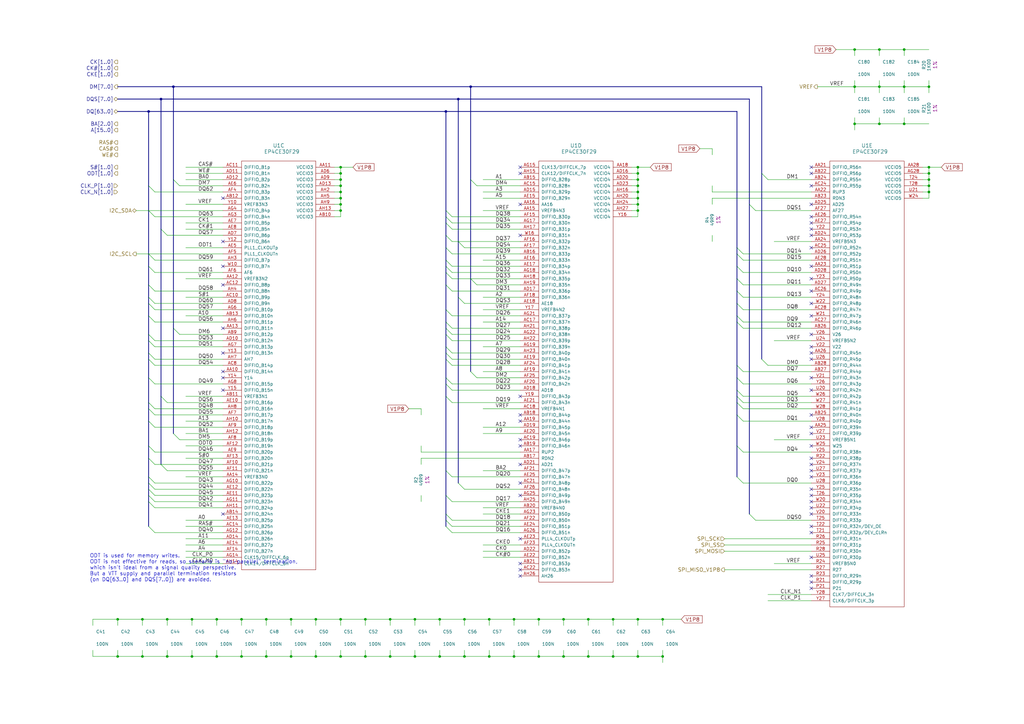
<source format=kicad_sch>
(kicad_sch (version 20230121) (generator eeschema)
  (paper "A3")
  (title_block (title "Daisho Project Main Board") (date "10 Oct 2014") (rev "0") (company "ShareBrained Technology, Inc.") (comment 1 "Copyright © 2013 Jared Boone") (comment 2 "License: GNU General Public License, version 2"))
  (junction (at 200.66 254))
  (junction (at 350.52 50.8))
  (junction (at 261.62 86.36))
  (junction (at 360.68 35.56))
  (junction (at 261.62 254))
  (junction (at 88.9 254))
  (junction (at 139.7 81.28))
  (junction (at 271.78 269.24))
  (junction (at 261.62 68.58))
  (junction (at 99.06 254))
  (junction (at 381 73.66))
  (junction (at 139.7 269.24))
  (junction (at 66.04 40.64))
  (junction (at 109.22 254))
  (junction (at 381 71.12))
  (junction (at 88.9 269.24))
  (junction (at 68.58 254))
  (junction (at 350.52 35.56))
  (junction (at 241.3 269.24))
  (junction (at 261.62 78.74))
  (junction (at 231.14 269.24))
  (junction (at 170.18 254))
  (junction (at 60.96 45.72))
  (junction (at 180.34 254))
  (junction (at 139.7 71.12))
  (junction (at 187.96 40.64))
  (junction (at 360.68 50.8))
  (junction (at 139.7 73.66))
  (junction (at 261.62 269.24))
  (junction (at 261.62 83.82))
  (junction (at 251.46 254))
  (junction (at 139.7 83.82))
  (junction (at 261.62 73.66))
  (junction (at 370.84 50.8))
  (junction (at 370.84 20.32))
  (junction (at 381 78.74))
  (junction (at 220.98 254))
  (junction (at 78.74 254))
  (junction (at 190.5 269.24))
  (junction (at 139.7 78.74))
  (junction (at 109.22 269.24))
  (junction (at 180.34 269.24))
  (junction (at 190.5 254))
  (junction (at 381 68.58))
  (junction (at 381 35.56))
  (junction (at 139.7 254))
  (junction (at 360.68 20.32))
  (junction (at 261.62 81.28))
  (junction (at 149.86 269.24))
  (junction (at 149.86 254))
  (junction (at 139.7 76.2))
  (junction (at 261.62 71.12))
  (junction (at 78.74 269.24))
  (junction (at 119.38 269.24))
  (junction (at 129.54 269.24))
  (junction (at 251.46 269.24))
  (junction (at 71.12 35.56))
  (junction (at 129.54 254))
  (junction (at 210.82 254))
  (junction (at 48.26 269.24))
  (junction (at 220.98 269.24))
  (junction (at 119.38 254))
  (junction (at 381 76.2))
  (junction (at 68.58 269.24))
  (junction (at 99.06 269.24))
  (junction (at 231.14 254))
  (junction (at 139.7 68.58))
  (junction (at 210.82 269.24))
  (junction (at 48.26 254))
  (junction (at 350.52 20.32))
  (junction (at 370.84 35.56))
  (junction (at 261.62 76.2))
  (junction (at 271.78 254))
  (junction (at 58.42 269.24))
  (junction (at 160.02 269.24))
  (junction (at 193.04 35.56))
  (junction (at 170.18 269.24))
  (junction (at 182.88 45.72))
  (junction (at 139.7 86.36))
  (junction (at 160.02 254))
  (junction (at 200.66 269.24))
  (junction (at 241.3 254))
  (junction (at 58.42 254))
  (no_connect (at 332.74 147.32))
  (no_connect (at 91.44 154.94))
  (no_connect (at 213.36 203.2))
  (no_connect (at 213.36 233.68))
  (no_connect (at 332.74 154.94))
  (no_connect (at 332.74 124.46))
  (no_connect (at 213.36 170.18))
  (no_connect (at 332.74 170.18))
  (no_connect (at 213.36 180.34))
  (no_connect (at 332.74 96.52))
  (no_connect (at 91.44 160.02))
  (no_connect (at 332.74 177.8))
  (no_connect (at 332.74 68.58))
  (no_connect (at 332.74 71.12))
  (no_connect (at 213.36 220.98))
  (no_connect (at 332.74 76.2))
  (no_connect (at 332.74 83.82))
  (no_connect (at 332.74 205.74))
  (no_connect (at 332.74 241.3))
  (no_connect (at 91.44 116.84))
  (no_connect (at 91.44 99.06))
  (no_connect (at 332.74 93.98))
  (no_connect (at 213.36 172.72))
  (no_connect (at 213.36 96.52))
  (no_connect (at 213.36 190.5))
  (no_connect (at 332.74 236.22))
  (no_connect (at 332.74 119.38))
  (no_connect (at 213.36 198.12))
  (no_connect (at 91.44 210.82))
  (no_connect (at 332.74 215.9))
  (no_connect (at 332.74 109.22))
  (no_connect (at 332.74 200.66))
  (no_connect (at 91.44 134.62))
  (no_connect (at 332.74 210.82))
  (no_connect (at 332.74 208.28))
  (no_connect (at 332.74 203.2))
  (no_connect (at 91.44 109.22))
  (no_connect (at 332.74 193.04))
  (no_connect (at 332.74 88.9))
  (no_connect (at 332.74 91.44))
  (no_connect (at 332.74 190.5))
  (no_connect (at 332.74 218.44))
  (no_connect (at 332.74 187.96))
  (no_connect (at 332.74 228.6))
  (no_connect (at 332.74 129.54))
  (no_connect (at 91.44 144.78))
  (no_connect (at 332.74 114.3))
  (no_connect (at 213.36 71.12))
  (no_connect (at 213.36 236.22))
  (no_connect (at 332.74 175.26))
  (no_connect (at 213.36 231.14))
  (no_connect (at 332.74 101.6))
  (no_connect (at 332.74 195.58))
  (no_connect (at 213.36 83.82))
  (no_connect (at 91.44 81.28))
  (no_connect (at 332.74 238.76))
  (no_connect (at 332.74 160.02))
  (no_connect (at 332.74 182.88))
  (no_connect (at 213.36 182.88))
  (no_connect (at 91.44 152.4))
  (no_connect (at 213.36 162.56))
  (no_connect (at 332.74 144.78))
  (no_connect (at 213.36 68.58))
  (no_connect (at 332.74 137.16))
  (no_connect (at 332.74 142.24))
  (bus_entry (at 182.88 154.94) (size 2.54 2.54))
  (bus_entry (at 182.88 162.56) (size 2.54 2.54))
  (bus_entry (at 193.04 152.4) (size 2.54 2.54))
  (bus_entry (at 60.96 167.64) (size 2.54 2.54))
  (bus_entry (at 302.26 195.58) (size 2.54 2.54))
  (bus_entry (at 60.96 109.22) (size 2.54 2.54))
  (bus_entry (at 182.88 144.78) (size 2.54 2.54))
  (bus_entry (at 302.26 162.56) (size 2.54 2.54))
  (bus_entry (at 182.88 101.6) (size 2.54 2.54))
  (bus_entry (at 302.26 104.14) (size 2.54 2.54))
  (bus_entry (at 302.26 154.94) (size 2.54 2.54))
  (bus_entry (at 71.12 177.8) (size 2.54 2.54))
  (bus_entry (at 307.34 83.82) (size 2.54 2.54))
  (bus_entry (at 182.88 215.9) (size 2.54 2.54))
  (bus_entry (at 302.26 165.1) (size 2.54 2.54))
  (bus_entry (at 193.04 73.66) (size 2.54 2.54))
  (bus_entry (at 182.88 147.32) (size 2.54 2.54))
  (bus_entry (at 60.96 139.7) (size 2.54 2.54))
  (bus_entry (at 302.26 149.86) (size 2.54 2.54))
  (bus_entry (at 182.88 109.22) (size 2.54 2.54))
  (bus_entry (at 60.96 86.36) (size 2.54 2.54))
  (bus_entry (at 187.96 198.12) (size 2.54 2.54))
  (bus_entry (at 182.88 193.04) (size 2.54 2.54))
  (bus_entry (at 60.96 195.58) (size 2.54 2.54))
  (bus_entry (at 302.26 132.08) (size 2.54 2.54))
  (bus_entry (at 182.88 91.44) (size 2.54 2.54))
  (bus_entry (at 60.96 76.2) (size 2.54 2.54))
  (bus_entry (at 182.88 96.52) (size 2.54 2.54))
  (bus_entry (at 182.88 127) (size 2.54 2.54))
  (bus_entry (at 302.26 114.3) (size 2.54 2.54))
  (bus_entry (at 71.12 134.62) (size 2.54 2.54))
  (bus_entry (at 182.88 86.36) (size 2.54 2.54))
  (bus_entry (at 193.04 114.3) (size 2.54 2.54))
  (bus_entry (at 60.96 147.32) (size 2.54 2.54))
  (bus_entry (at 182.88 157.48) (size 2.54 2.54))
  (bus_entry (at 66.04 93.98) (size 2.54 2.54))
  (bus_entry (at 312.42 147.32) (size 2.54 2.54))
  (bus_entry (at 182.88 137.16) (size 2.54 2.54))
  (bus_entry (at 302.26 160.02) (size 2.54 2.54))
  (bus_entry (at 307.34 210.82) (size 2.54 2.54))
  (bus_entry (at 302.26 124.46) (size 2.54 2.54))
  (bus_entry (at 66.04 190.5) (size 2.54 2.54))
  (bus_entry (at 302.26 182.88) (size 2.54 2.54))
  (bus_entry (at 182.88 213.36) (size 2.54 2.54))
  (bus_entry (at 60.96 165.1) (size 2.54 2.54))
  (bus_entry (at 182.88 203.2) (size 2.54 2.54))
  (bus_entry (at 182.88 132.08) (size 2.54 2.54))
  (bus_entry (at 187.96 121.92) (size 2.54 2.54))
  (bus_entry (at 182.88 116.84) (size 2.54 2.54))
  (bus_entry (at 302.26 129.54) (size 2.54 2.54))
  (bus_entry (at 302.26 119.38) (size 2.54 2.54))
  (bus_entry (at 60.96 198.12) (size 2.54 2.54))
  (bus_entry (at 60.96 144.78) (size 2.54 2.54))
  (bus_entry (at 60.96 137.16) (size 2.54 2.54))
  (bus_entry (at 71.12 73.66) (size 2.54 2.54))
  (bus_entry (at 182.88 134.62) (size 2.54 2.54))
  (bus_entry (at 182.88 210.82) (size 2.54 2.54))
  (bus_entry (at 60.96 154.94) (size 2.54 2.54))
  (bus_entry (at 302.26 101.6) (size 2.54 2.54))
  (bus_entry (at 60.96 203.2) (size 2.54 2.54))
  (bus_entry (at 60.96 205.74) (size 2.54 2.54))
  (bus_entry (at 182.88 111.76) (size 2.54 2.54))
  (bus_entry (at 60.96 200.66) (size 2.54 2.54))
  (bus_entry (at 302.26 109.22) (size 2.54 2.54))
  (bus_entry (at 66.04 162.56) (size 2.54 2.54))
  (bus_entry (at 60.96 182.88) (size 2.54 2.54))
  (bus_entry (at 60.96 116.84) (size 2.54 2.54))
  (bus_entry (at 182.88 106.68) (size 2.54 2.54))
  (bus_entry (at 60.96 124.46) (size 2.54 2.54))
  (bus_entry (at 187.96 99.06) (size 2.54 2.54))
  (bus_entry (at 60.96 129.54) (size 2.54 2.54))
  (bus_entry (at 60.96 172.72) (size 2.54 2.54))
  (bus_entry (at 60.96 121.92) (size 2.54 2.54))
  (bus_entry (at 182.88 142.24) (size 2.54 2.54))
  (bus_entry (at 60.96 215.9) (size 2.54 2.54))
  (bus_entry (at 312.42 71.12) (size 2.54 2.54))
  (bus_entry (at 302.26 170.18) (size 2.54 2.54))
  (bus_entry (at 182.88 88.9) (size 2.54 2.54))
  (bus_entry (at 60.96 104.14) (size 2.54 2.54))
  (bus_entry (at 60.96 187.96) (size 2.54 2.54))
  (bus (pts (xy 71.12 35.56) (xy 71.12 73.66)))
  (wire (pts (xy 139.7 71.12) (xy 139.7 68.58)))
  (bus (pts (xy 60.96 167.64) (xy 60.96 172.72)))
  (wire (pts (xy 213.36 111.76) (xy 185.42 111.76)))
  (wire (pts (xy 261.62 73.66) (xy 261.62 76.2)))
  (wire (pts (xy 78.74 269.24) (xy 88.9 269.24)))
  (wire (pts (xy 259.08 68.58) (xy 261.62 68.58)))
  (wire (pts (xy 91.44 182.88) (xy 76.2 182.88)))
  (bus (pts (xy 187.96 121.92) (xy 187.96 99.06)))
  (wire (pts (xy 193.04 114.3) (xy 185.42 114.3)))
  (wire (pts (xy 55.88 104.14) (xy 60.96 104.14)))
  (wire (pts (xy 370.84 35.56) (xy 381 35.56)))
  (bus (pts (xy 302.26 124.46) (xy 302.26 129.54)))
  (wire (pts (xy 91.44 106.68) (xy 63.5 106.68)))
  (wire (pts (xy 139.7 68.58) (xy 137.16 68.58)))
  (bus (pts (xy 182.88 162.56) (xy 182.88 157.48)))
  (wire (pts (xy 350.52 48.26) (xy 350.52 50.8)))
  (wire (pts (xy 91.44 187.96) (xy 76.2 187.96)))
  (wire (pts (xy 213.36 165.1) (xy 185.42 165.1)))
  (wire (pts (xy 198.12 210.82) (xy 213.36 210.82)))
  (wire (pts (xy 213.36 116.84) (xy 195.58 116.84)))
  (wire (pts (xy 119.38 269.24) (xy 119.38 266.7)))
  (wire (pts (xy 370.84 50.8) (xy 370.84 48.26)))
  (wire (pts (xy 261.62 81.28) (xy 261.62 83.82)))
  (wire (pts (xy 332.74 99.06) (xy 317.5 99.06)))
  (wire (pts (xy 350.52 35.56) (xy 350.52 38.1)))
  (wire (pts (xy 261.62 76.2) (xy 261.62 78.74)))
  (wire (pts (xy 378.46 71.12) (xy 381 71.12)))
  (bus (pts (xy 302.26 109.22) (xy 302.26 114.3)))
  (wire (pts (xy 213.36 109.22) (xy 185.42 109.22)))
  (wire (pts (xy 58.42 269.24) (xy 58.42 266.7)))
  (wire (pts (xy 200.66 269.24) (xy 210.82 269.24)))
  (wire (pts (xy 213.36 86.36) (xy 198.12 86.36)))
  (wire (pts (xy 139.7 254) (xy 129.54 254)))
  (bus (pts (xy 182.88 154.94) (xy 182.88 147.32)))
  (wire (pts (xy 180.34 269.24) (xy 190.5 269.24)))
  (wire (pts (xy 381 76.2) (xy 381 78.74)))
  (bus (pts (xy 182.88 203.2) (xy 182.88 193.04)))
  (wire (pts (xy 213.36 213.36) (xy 185.42 213.36)))
  (wire (pts (xy 66.04 190.5) (xy 91.44 190.5)))
  (wire (pts (xy 160.02 254) (xy 160.02 256.54)))
  (wire (pts (xy 119.38 254) (xy 119.38 256.54)))
  (wire (pts (xy 332.74 111.76) (xy 304.8 111.76)))
  (wire (pts (xy 76.2 177.8) (xy 91.44 177.8)))
  (wire (pts (xy 241.3 254) (xy 241.3 256.54)))
  (bus (pts (xy 187.96 99.06) (xy 187.96 40.64)))
  (bus (pts (xy 302.26 165.1) (xy 302.26 170.18)))
  (bus (pts (xy 60.96 200.66) (xy 60.96 203.2)))
  (bus (pts (xy 312.42 35.56) (xy 193.04 35.56)))
  (wire (pts (xy 360.68 20.32) (xy 360.68 22.86)))
  (wire (pts (xy 378.46 78.74) (xy 381 78.74)))
  (bus (pts (xy 302.26 114.3) (xy 302.26 119.38)))
  (wire (pts (xy 381 50.8) (xy 370.84 50.8)))
  (wire (pts (xy 213.36 114.3) (xy 193.04 114.3)))
  (bus (pts (xy 182.88 134.62) (xy 182.88 132.08)))
  (wire (pts (xy 381 68.58) (xy 378.46 68.58)))
  (wire (pts (xy 38.1 269.24) (xy 48.26 269.24)))
  (wire (pts (xy 109.22 269.24) (xy 109.22 266.7)))
  (wire (pts (xy 297.18 233.68) (xy 332.74 233.68)))
  (wire (pts (xy 91.44 149.86) (xy 63.5 149.86)))
  (wire (pts (xy 200.66 254) (xy 190.5 254)))
  (bus (pts (xy 182.88 142.24) (xy 182.88 137.16)))
  (wire (pts (xy 220.98 269.24) (xy 231.14 269.24)))
  (wire (pts (xy 91.44 218.44) (xy 63.5 218.44)))
  (wire (pts (xy 213.36 134.62) (xy 185.42 134.62)))
  (bus (pts (xy 66.04 40.64) (xy 187.96 40.64)))
  (wire (pts (xy 91.44 220.98) (xy 76.2 220.98)))
  (wire (pts (xy 332.74 157.48) (xy 304.8 157.48)))
  (wire (pts (xy 198.12 228.6) (xy 213.36 228.6)))
  (wire (pts (xy 129.54 254) (xy 129.54 256.54)))
  (wire (pts (xy 332.74 132.08) (xy 304.8 132.08)))
  (wire (pts (xy 332.74 172.72) (xy 304.8 172.72)))
  (wire (pts (xy 297.18 223.52) (xy 332.74 223.52)))
  (wire (pts (xy 139.7 83.82) (xy 137.16 83.82)))
  (wire (pts (xy 332.74 86.36) (xy 309.88 86.36)))
  (wire (pts (xy 292.1 96.52) (xy 292.1 99.06)))
  (bus (pts (xy 66.04 190.5) (xy 66.04 162.56)))
  (bus (pts (xy 182.88 101.6) (xy 182.88 96.52)))
  (wire (pts (xy 170.18 269.24) (xy 170.18 266.7)))
  (wire (pts (xy 91.44 172.72) (xy 76.2 172.72)))
  (bus (pts (xy 182.88 116.84) (xy 182.88 111.76)))
  (wire (pts (xy 91.44 101.6) (xy 76.2 101.6)))
  (bus (pts (xy 60.96 124.46) (xy 60.96 129.54)))
  (wire (pts (xy 261.62 78.74) (xy 259.08 78.74)))
  (wire (pts (xy 91.44 180.34) (xy 73.66 180.34)))
  (wire (pts (xy 91.44 114.3) (xy 76.2 114.3)))
  (bus (pts (xy 302.26 162.56) (xy 302.26 165.1)))
  (bus (pts (xy 187.96 40.64) (xy 307.34 40.64)))
  (bus (pts (xy 48.26 40.64) (xy 66.04 40.64)))
  (wire (pts (xy 213.36 124.46) (xy 190.5 124.46)))
  (wire (pts (xy 332.74 116.84) (xy 304.8 116.84)))
  (wire (pts (xy 241.3 269.24) (xy 251.46 269.24)))
  (wire (pts (xy 48.26 254) (xy 38.1 254)))
  (wire (pts (xy 91.44 71.12) (xy 76.2 71.12)))
  (wire (pts (xy 139.7 269.24) (xy 139.7 266.7)))
  (bus (pts (xy 66.04 162.56) (xy 66.04 93.98)))
  (wire (pts (xy 332.74 162.56) (xy 304.8 162.56)))
  (bus (pts (xy 182.88 213.36) (xy 182.88 210.82)))
  (bus (pts (xy 193.04 152.4) (xy 193.04 114.3)))
  (bus (pts (xy 71.12 35.56) (xy 48.26 35.56)))
  (wire (pts (xy 261.62 269.24) (xy 261.62 266.7)))
  (wire (pts (xy 60.96 86.36) (xy 91.44 86.36)))
  (wire (pts (xy 91.44 213.36) (xy 76.2 213.36)))
  (wire (pts (xy 213.36 177.8) (xy 198.12 177.8)))
  (bus (pts (xy 60.96 129.54) (xy 60.96 137.16)))
  (wire (pts (xy 91.44 124.46) (xy 63.5 124.46)))
  (wire (pts (xy 149.86 254) (xy 139.7 254)))
  (wire (pts (xy 139.7 76.2) (xy 139.7 73.66)))
  (wire (pts (xy 58.42 254) (xy 58.42 256.54)))
  (wire (pts (xy 213.36 160.02) (xy 185.42 160.02)))
  (wire (pts (xy 261.62 81.28) (xy 259.08 81.28)))
  (wire (pts (xy 88.9 269.24) (xy 99.06 269.24)))
  (wire (pts (xy 261.62 254) (xy 261.62 256.54)))
  (wire (pts (xy 129.54 254) (xy 119.38 254)))
  (wire (pts (xy 381 35.56) (xy 381 33.02)))
  (wire (pts (xy 139.7 73.66) (xy 137.16 73.66)))
  (wire (pts (xy 213.36 175.26) (xy 198.12 175.26)))
  (wire (pts (xy 332.74 243.84) (xy 314.96 243.84)))
  (wire (pts (xy 386.08 68.58) (xy 381 68.58)))
  (bus (pts (xy 312.42 71.12) (xy 312.42 35.56)))
  (wire (pts (xy 261.62 88.9) (xy 259.08 88.9)))
  (bus (pts (xy 302.26 154.94) (xy 302.26 160.02)))
  (bus (pts (xy 71.12 134.62) (xy 71.12 177.8)))
  (bus (pts (xy 302.26 160.02) (xy 302.26 162.56)))
  (wire (pts (xy 119.38 254) (xy 109.22 254)))
  (wire (pts (xy 88.9 254) (xy 78.74 254)))
  (wire (pts (xy 139.7 81.28) (xy 139.7 78.74)))
  (bus (pts (xy 48.26 45.72) (xy 60.96 45.72)))
  (wire (pts (xy 91.44 200.66) (xy 63.5 200.66)))
  (wire (pts (xy 149.86 254) (xy 149.86 256.54)))
  (wire (pts (xy 213.36 208.28) (xy 198.12 208.28)))
  (bus (pts (xy 302.26 129.54) (xy 302.26 132.08)))
  (wire (pts (xy 160.02 269.24) (xy 170.18 269.24)))
  (wire (pts (xy 91.44 165.1) (xy 68.58 165.1)))
  (wire (pts (xy 213.36 223.52) (xy 198.12 223.52)))
  (wire (pts (xy 213.36 147.32) (xy 185.42 147.32)))
  (wire (pts (xy 91.44 91.44) (xy 76.2 91.44)))
  (wire (pts (xy 297.18 226.06) (xy 332.74 226.06)))
  (wire (pts (xy 139.7 81.28) (xy 137.16 81.28)))
  (bus (pts (xy 182.88 96.52) (xy 182.88 91.44)))
  (wire (pts (xy 99.06 254) (xy 88.9 254)))
  (wire (pts (xy 261.62 71.12) (xy 261.62 73.66)))
  (wire (pts (xy 332.74 198.12) (xy 304.8 198.12)))
  (wire (pts (xy 213.36 205.74) (xy 185.42 205.74)))
  (wire (pts (xy 213.36 88.9) (xy 185.42 88.9)))
  (wire (pts (xy 332.74 127) (xy 304.8 127)))
  (wire (pts (xy 99.06 269.24) (xy 99.06 266.7)))
  (wire (pts (xy 180.34 269.24) (xy 180.34 266.7)))
  (wire (pts (xy 139.7 254) (xy 139.7 256.54)))
  (wire (pts (xy 213.36 215.9) (xy 185.42 215.9)))
  (bus (pts (xy 302.26 132.08) (xy 302.26 149.86)))
  (bus (pts (xy 182.88 215.9) (xy 182.88 213.36)))
  (wire (pts (xy 332.74 106.68) (xy 304.8 106.68)))
  (bus (pts (xy 182.88 109.22) (xy 182.88 106.68)))
  (wire (pts (xy 213.36 129.54) (xy 185.42 129.54)))
  (bus (pts (xy 302.26 101.6) (xy 302.26 104.14)))
  (wire (pts (xy 271.78 254) (xy 271.78 256.54)))
  (wire (pts (xy 251.46 269.24) (xy 261.62 269.24)))
  (bus (pts (xy 302.26 149.86) (xy 302.26 154.94)))
  (wire (pts (xy 261.62 83.82) (xy 259.08 83.82)))
  (bus (pts (xy 182.88 144.78) (xy 182.88 142.24)))
  (wire (pts (xy 99.06 254) (xy 99.06 256.54)))
  (wire (pts (xy 335.28 35.56) (xy 350.52 35.56)))
  (wire (pts (xy 76.2 215.9) (xy 91.44 215.9)))
  (wire (pts (xy 76.2 129.54) (xy 91.44 129.54)))
  (wire (pts (xy 261.62 83.82) (xy 261.62 86.36)))
  (bus (pts (xy 60.96 45.72) (xy 182.88 45.72)))
  (bus (pts (xy 193.04 73.66) (xy 193.04 35.56)))
  (wire (pts (xy 78.74 269.24) (xy 78.74 266.7)))
  (wire (pts (xy 99.06 269.24) (xy 109.22 269.24)))
  (wire (pts (xy 332.74 231.14) (xy 317.5 231.14)))
  (wire (pts (xy 213.36 149.86) (xy 185.42 149.86)))
  (bus (pts (xy 60.96 147.32) (xy 60.96 154.94)))
  (wire (pts (xy 251.46 269.24) (xy 251.46 266.7)))
  (wire (pts (xy 271.78 266.7) (xy 271.78 269.24)))
  (bus (pts (xy 60.96 165.1) (xy 60.96 167.64)))
  (wire (pts (xy 241.3 269.24) (xy 241.3 266.7)))
  (bus (pts (xy 60.96 121.92) (xy 60.96 124.46)))
  (wire (pts (xy 63.5 190.5) (xy 66.04 190.5)))
  (wire (pts (xy 360.68 35.56) (xy 370.84 35.56)))
  (bus (pts (xy 182.88 210.82) (xy 182.88 203.2)))
  (bus (pts (xy 302.26 170.18) (xy 302.26 182.88)))
  (wire (pts (xy 292.1 81.28) (xy 332.74 81.28)))
  (bus (pts (xy 182.88 111.76) (xy 182.88 109.22)))
  (wire (pts (xy 38.1 254) (xy 38.1 256.54)))
  (wire (pts (xy 231.14 269.24) (xy 241.3 269.24)))
  (wire (pts (xy 332.74 121.92) (xy 304.8 121.92)))
  (bus (pts (xy 182.88 157.48) (xy 182.88 154.94)))
  (wire (pts (xy 91.44 226.06) (xy 76.2 226.06)))
  (bus (pts (xy 182.88 86.36) (xy 182.88 45.72)))
  (wire (pts (xy 91.44 96.52) (xy 68.58 96.52)))
  (bus (pts (xy 182.88 193.04) (xy 182.88 162.56)))
  (wire (pts (xy 172.72 185.42) (xy 213.36 185.42)))
  (wire (pts (xy 48.26 256.54) (xy 48.26 254)))
  (wire (pts (xy 139.7 76.2) (xy 137.16 76.2)))
  (wire (pts (xy 261.62 269.24) (xy 271.78 269.24)))
  (bus (pts (xy 307.34 83.82) (xy 307.34 210.82)))
  (bus (pts (xy 302.26 104.14) (xy 302.26 109.22)))
  (bus (pts (xy 182.88 91.44) (xy 182.88 88.9)))
  (wire (pts (xy 91.44 162.56) (xy 76.2 162.56)))
  (wire (pts (xy 198.12 152.4) (xy 213.36 152.4)))
  (bus (pts (xy 60.96 198.12) (xy 60.96 200.66)))
  (wire (pts (xy 213.36 187.96) (xy 172.72 187.96)))
  (bus (pts (xy 302.26 45.72) (xy 302.26 101.6)))
  (wire (pts (xy 139.7 88.9) (xy 139.7 86.36)))
  (wire (pts (xy 381 71.12) (xy 381 73.66)))
  (wire (pts (xy 68.58 254) (xy 58.42 254)))
  (wire (pts (xy 190.5 254) (xy 180.34 254)))
  (wire (pts (xy 172.72 170.18) (xy 172.72 167.64)))
  (wire (pts (xy 332.74 167.64) (xy 304.8 167.64)))
  (wire (pts (xy 68.58 254) (xy 68.58 256.54)))
  (wire (pts (xy 48.26 269.24) (xy 58.42 269.24)))
  (wire (pts (xy 210.82 269.24) (xy 220.98 269.24)))
  (wire (pts (xy 332.74 134.62) (xy 304.8 134.62)))
  (bus (pts (xy 71.12 73.66) (xy 71.12 134.62)))
  (wire (pts (xy 91.44 195.58) (xy 76.2 195.58)))
  (wire (pts (xy 68.58 269.24) (xy 68.58 266.7)))
  (wire (pts (xy 180.34 254) (xy 180.34 256.54)))
  (wire (pts (xy 109.22 269.24) (xy 119.38 269.24)))
  (wire (pts (xy 213.36 193.04) (xy 198.12 193.04)))
  (bus (pts (xy 60.96 154.94) (xy 60.96 165.1)))
  (bus (pts (xy 182.88 137.16) (xy 182.88 134.62)))
  (wire (pts (xy 91.44 119.38) (xy 63.5 119.38)))
  (bus (pts (xy 60.96 195.58) (xy 60.96 198.12)))
  (wire (pts (xy 220.98 269.24) (xy 220.98 266.7)))
  (wire (pts (xy 210.82 269.24) (xy 210.82 266.7)))
  (wire (pts (xy 38.1 266.7) (xy 38.1 269.24)))
  (wire (pts (xy 332.74 185.42) (xy 304.8 185.42)))
  (wire (pts (xy 251.46 254) (xy 251.46 256.54)))
  (wire (pts (xy 88.9 269.24) (xy 88.9 266.7)))
  (bus (pts (xy 182.88 106.68) (xy 182.88 101.6)))
  (wire (pts (xy 91.44 170.18) (xy 63.5 170.18)))
  (wire (pts (xy 213.36 99.06) (xy 187.96 99.06)))
  (bus (pts (xy 193.04 35.56) (xy 71.12 35.56)))
  (wire (pts (xy 137.16 88.9) (xy 139.7 88.9)))
  (bus (pts (xy 193.04 114.3) (xy 193.04 73.66)))
  (bus (pts (xy 60.96 182.88) (xy 60.96 187.96)))
  (wire (pts (xy 261.62 71.12) (xy 259.08 71.12)))
  (wire (pts (xy 78.74 254) (xy 78.74 256.54)))
  (wire (pts (xy 198.12 226.06) (xy 213.36 226.06)))
  (bus (pts (xy 60.96 144.78) (xy 60.96 147.32)))
  (wire (pts (xy 213.36 157.48) (xy 185.42 157.48)))
  (wire (pts (xy 370.84 50.8) (xy 360.68 50.8)))
  (bus (pts (xy 312.42 147.32) (xy 312.42 71.12)))
  (wire (pts (xy 91.44 147.32) (xy 63.5 147.32)))
  (bus (pts (xy 60.96 203.2) (xy 60.96 205.74)))
  (wire (pts (xy 332.74 104.14) (xy 304.8 104.14)))
  (bus (pts (xy 60.96 116.84) (xy 60.96 121.92)))
  (wire (pts (xy 213.36 154.94) (xy 195.58 154.94)))
  (bus (pts (xy 182.88 45.72) (xy 302.26 45.72)))
  (wire (pts (xy 381 38.1) (xy 381 35.56)))
  (wire (pts (xy 381 73.66) (xy 378.46 73.66)))
  (wire (pts (xy 190.5 254) (xy 190.5 256.54)))
  (bus (pts (xy 60.96 137.16) (xy 60.96 139.7)))
  (wire (pts (xy 91.44 198.12) (xy 63.5 198.12)))
  (wire (pts (xy 231.14 269.24) (xy 231.14 266.7)))
  (wire (pts (xy 360.68 50.8) (xy 350.52 50.8)))
  (wire (pts (xy 137.16 86.36) (xy 139.7 86.36)))
  (wire (pts (xy 48.26 266.7) (xy 48.26 269.24)))
  (wire (pts (xy 91.44 142.24) (xy 63.5 142.24)))
  (wire (pts (xy 91.44 139.7) (xy 63.5 139.7)))
  (wire (pts (xy 259.08 86.36) (xy 261.62 86.36)))
  (wire (pts (xy 350.52 20.32) (xy 350.52 22.86)))
  (wire (pts (xy 304.8 152.4) (xy 332.74 152.4)))
  (wire (pts (xy 172.72 187.96) (xy 172.72 190.5)))
  (wire (pts (xy 350.52 50.8) (xy 350.52 53.34)))
  (wire (pts (xy 190.5 269.24) (xy 200.66 269.24)))
  (wire (pts (xy 213.36 119.38) (xy 185.42 119.38)))
  (wire (pts (xy 213.36 142.24) (xy 198.12 142.24)))
  (wire (pts (xy 88.9 254) (xy 88.9 256.54)))
  (wire (pts (xy 60.96 104.14) (xy 91.44 104.14)))
  (wire (pts (xy 332.74 165.1) (xy 304.8 165.1)))
  (wire (pts (xy 68.58 269.24) (xy 78.74 269.24)))
  (wire (pts (xy 381 20.32) (xy 370.84 20.32)))
  (wire (pts (xy 91.44 127) (xy 63.5 127)))
  (wire (pts (xy 91.44 175.26) (xy 63.5 175.26)))
  (wire (pts (xy 91.44 193.04) (xy 68.58 193.04)))
  (wire (pts (xy 149.86 269.24) (xy 160.02 269.24)))
  (wire (pts (xy 213.36 93.98) (xy 185.42 93.98)))
  (wire (pts (xy 350.52 33.02) (xy 350.52 35.56)))
  (wire (pts (xy 109.22 254) (xy 109.22 256.54)))
  (wire (pts (xy 170.18 269.24) (xy 180.34 269.24)))
  (wire (pts (xy 91.44 132.08) (xy 63.5 132.08)))
  (wire (pts (xy 261.62 76.2) (xy 259.08 76.2)))
  (wire (pts (xy 91.44 111.76) (xy 63.5 111.76)))
  (wire (pts (xy 91.44 185.42) (xy 63.5 185.42)))
  (wire (pts (xy 271.78 254) (xy 261.62 254)))
  (wire (pts (xy 292.1 83.82) (xy 292.1 81.28)))
  (wire (pts (xy 149.86 269.24) (xy 149.86 266.7)))
  (wire (pts (xy 129.54 269.24) (xy 129.54 266.7)))
  (wire (pts (xy 55.88 86.36) (xy 60.96 86.36)))
  (wire (pts (xy 220.98 254) (xy 220.98 256.54)))
  (wire (pts (xy 213.36 144.78) (xy 185.42 144.78)))
  (wire (pts (xy 292.1 78.74) (xy 292.1 76.2)))
  (wire (pts (xy 261.62 68.58) (xy 261.62 71.12)))
  (wire (pts (xy 213.36 127) (xy 198.12 127)))
  (wire (pts (xy 91.44 76.2) (xy 73.66 76.2)))
  (wire (pts (xy 139.7 269.24) (xy 149.86 269.24)))
  (wire (pts (xy 91.44 121.92) (xy 76.2 121.92)))
  (wire (pts (xy 210.82 254) (xy 200.66 254)))
  (wire (pts (xy 187.96 99.06) (xy 185.42 99.06)))
  (bus (pts (xy 302.26 119.38) (xy 302.26 124.46)))
  (wire (pts (xy 292.1 60.96) (xy 287.02 60.96)))
  (bus (pts (xy 60.96 86.36) (xy 60.96 104.14)))
  (wire (pts (xy 91.44 228.6) (xy 76.2 228.6)))
  (wire (pts (xy 213.36 218.44) (xy 185.42 218.44)))
  (wire (pts (xy 360.68 35.56) (xy 360.68 38.1)))
  (bus (pts (xy 182.88 88.9) (xy 182.88 86.36)))
  (wire (pts (xy 332.74 78.74) (xy 292.1 78.74)))
  (wire (pts (xy 91.44 68.58) (xy 76.2 68.58)))
  (wire (pts (xy 213.36 132.08) (xy 198.12 132.08)))
  (wire (pts (xy 381 68.58) (xy 381 71.12)))
  (wire (pts (xy 360.68 48.26) (xy 360.68 50.8)))
  (bus (pts (xy 60.96 76.2) (xy 60.96 86.36)))
  (wire (pts (xy 139.7 86.36) (xy 139.7 83.82)))
  (wire (pts (xy 213.36 139.7) (xy 185.42 139.7)))
  (bus (pts (xy 60.96 205.74) (xy 60.96 215.9)))
  (wire (pts (xy 172.72 203.2) (xy 172.72 205.74)))
  (wire (pts (xy 139.7 83.82) (xy 139.7 81.28)))
  (wire (pts (xy 58.42 269.24) (xy 68.58 269.24)))
  (wire (pts (xy 381 81.28) (xy 378.46 81.28)))
  (wire (pts (xy 160.02 269.24) (xy 160.02 266.7)))
  (wire (pts (xy 210.82 254) (xy 210.82 256.54)))
  (wire (pts (xy 271.78 269.24) (xy 271.78 271.78)))
  (wire (pts (xy 332.74 73.66) (xy 314.96 73.66)))
  (wire (pts (xy 360.68 33.02) (xy 360.68 35.56)))
  (wire (pts (xy 381 73.66) (xy 381 76.2)))
  (wire (pts (xy 139.7 71.12) (xy 137.16 71.12)))
  (wire (pts (xy 144.78 68.58) (xy 139.7 68.58)))
  (wire (pts (xy 91.44 167.64) (xy 63.5 167.64)))
  (bus (pts (xy 60.96 187.96) (xy 60.96 195.58)))
  (wire (pts (xy 350.52 35.56) (xy 360.68 35.56)))
  (wire (pts (xy 139.7 78.74) (xy 139.7 76.2)))
  (wire (pts (xy 350.52 20.32) (xy 342.9 20.32)))
  (bus (pts (xy 60.96 104.14) (xy 60.96 109.22)))
  (wire (pts (xy 213.36 167.64) (xy 198.12 167.64)))
  (bus (pts (xy 66.04 93.98) (xy 66.04 40.64)))
  (wire (pts (xy 213.36 101.6) (xy 190.5 101.6)))
  (wire (pts (xy 360.68 20.32) (xy 350.52 20.32)))
  (wire (pts (xy 213.36 78.74) (xy 198.12 78.74)))
  (wire (pts (xy 332.74 149.86) (xy 314.96 149.86)))
  (bus (pts (xy 307.34 40.64) (xy 307.34 83.82)))
  (wire (pts (xy 91.44 203.2) (xy 63.5 203.2)))
  (wire (pts (xy 109.22 254) (xy 99.06 254)))
  (wire (pts (xy 332.74 139.7) (xy 317.5 139.7)))
  (wire (pts (xy 91.44 78.74) (xy 63.5 78.74)))
  (wire (pts (xy 172.72 182.88) (xy 172.72 185.42)))
  (wire (pts (xy 370.84 22.86) (xy 370.84 20.32)))
  (wire (pts (xy 170.18 254) (xy 170.18 256.54)))
  (wire (pts (xy 261.62 254) (xy 251.46 254)))
  (wire (pts (xy 198.12 73.66) (xy 213.36 73.66)))
  (wire (pts (xy 314.96 246.38) (xy 332.74 246.38)))
  (wire (pts (xy 279.4 254) (xy 271.78 254)))
  (wire (pts (xy 332.74 180.34) (xy 317.5 180.34)))
  (wire (pts (xy 261.62 78.74) (xy 261.62 81.28)))
  (wire (pts (xy 213.36 195.58) (xy 185.42 195.58)))
  (bus (pts (xy 302.26 182.88) (xy 302.26 195.58)))
  (wire (pts (xy 58.42 254) (xy 48.26 254)))
  (wire (pts (xy 220.98 254) (xy 210.82 254)))
  (bus (pts (xy 182.88 132.08) (xy 182.88 127)))
  (wire (pts (xy 200.66 269.24) (xy 200.66 266.7)))
  (wire (pts (xy 231.14 254) (xy 220.98 254)))
  (wire (pts (xy 213.36 81.28) (xy 198.12 81.28)))
  (wire (pts (xy 200.66 254) (xy 200.66 256.54)))
  (wire (pts (xy 261.62 73.66) (xy 259.08 73.66)))
  (bus (pts (xy 182.88 127) (xy 182.88 116.84)))
  (wire (pts (xy 241.3 254) (xy 231.14 254)))
  (wire (pts (xy 213.36 137.16) (xy 185.42 137.16)))
  (wire (pts (xy 381 76.2) (xy 378.46 76.2)))
  (wire (pts (xy 251.46 254) (xy 241.3 254)))
  (wire (pts (xy 91.44 205.74) (xy 63.5 205.74)))
  (wire (pts (xy 180.34 254) (xy 170.18 254)))
  (wire (pts (xy 292.1 63.5) (xy 292.1 60.96)))
  (wire (pts (xy 213.36 200.66) (xy 190.5 200.66)))
  (wire (pts (xy 370.84 20.32) (xy 360.68 20.32)))
  (wire (pts (xy 381 78.74) (xy 381 81.28)))
  (wire (pts (xy 261.62 68.58) (xy 266.7 68.58)))
  (wire (pts (xy 76.2 231.14) (xy 91.44 231.14)))
  (wire (pts (xy 190.5 269.24) (xy 190.5 266.7)))
  (wire (pts (xy 91.44 157.48) (xy 63.5 157.48)))
  (wire (pts (xy 139.7 73.66) (xy 139.7 71.12)))
  (wire (pts (xy 160.02 254) (xy 149.86 254)))
  (wire (pts (xy 213.36 106.68) (xy 198.12 106.68)))
  (wire (pts (xy 91.44 93.98) (xy 76.2 93.98)))
  (wire (pts (xy 261.62 86.36) (xy 261.62 88.9)))
  (bus (pts (xy 60.96 139.7) (xy 60.96 144.78)))
  (wire (pts (xy 139.7 78.74) (xy 137.16 78.74)))
  (bus (pts (xy 60.96 172.72) (xy 60.96 182.88)))
  (wire (pts (xy 213.36 91.44) (xy 185.42 91.44)))
  (wire (pts (xy 91.44 223.52) (xy 76.2 223.52)))
  (wire (pts (xy 91.44 83.82) (xy 76.2 83.82)))
  (wire (pts (xy 332.74 213.36) (xy 309.88 213.36)))
  (wire (pts (xy 370.84 33.02) (xy 370.84 35.56)))
  (wire (pts (xy 213.36 76.2) (xy 195.58 76.2)))
  (wire (pts (xy 231.14 254) (xy 231.14 256.54)))
  (wire (pts (xy 213.36 121.92) (xy 198.12 121.92)))
  (wire (pts (xy 91.44 208.28) (xy 63.5 208.28)))
  (wire (pts (xy 172.72 167.64) (xy 167.64 167.64)))
  (wire (pts (xy 129.54 269.24) (xy 139.7 269.24)))
  (wire (pts (xy 213.36 104.14) (xy 185.42 104.14)))
  (wire (pts (xy 91.44 137.16) (xy 73.66 137.16)))
  (bus (pts (xy 60.96 45.72) (xy 60.96 76.2)))
  (wire (pts (xy 76.2 73.66) (xy 91.44 73.66)))
  (wire (pts (xy 170.18 254) (xy 160.02 254)))
  (wire (pts (xy 78.74 254) (xy 68.58 254)))
  (bus (pts (xy 187.96 198.12) (xy 187.96 121.92)))
  (wire (pts (xy 119.38 269.24) (xy 129.54 269.24)))
  (bus (pts (xy 182.88 147.32) (xy 182.88 144.78)))
  (wire (pts (xy 91.44 88.9) (xy 63.5 88.9)))
  (bus (pts (xy 60.96 109.22) (xy 60.96 116.84)))
  (wire (pts (xy 297.18 220.98) (xy 332.74 220.98)))
  (wire (pts (xy 370.84 35.56) (xy 370.84 38.1)))
  (text "ODT is used for memory writes.\nODT is not effective for reads, so scenario is \"no-parallel\" termination,\nwhich isn't ideal from a signal quality perspective.\nBut a VTT supply and parallel termination resistors\n(on DQ[63..0] and DQS[7..0]) are avoided." (at 36.83 238.76 0) (effects (font (size 1.524 1.524)) (justify left bottom)))
  (label "A0" (at 81.28 213.36 0) (effects (font (size 1.524 1.524))))
  (label "WE#" (at 81.28 71.12 0) (effects (font (size 1.524 1.524))))
  (label "A1" (at 203.2 73.66 0) (effects (font (size 1.524 1.524))))
  (label "DQS5" (at 81.28 193.04 0) (effects (font (size 1.524 1.524))))
  (label "A12" (at 203.2 175.26 0) (effects (font (size 1.524 1.524))))
  (label "DQ35" (at 203.2 93.98 0) (effects (font (size 1.524 1.524))))
  (label "BA1" (at 81.28 177.8 0) (effects (font (size 1.524 1.524))))
  (label "DQ26" (at 203.2 129.54 0) (effects (font (size 1.524 1.524))))
  (label "A13" (at 81.28 172.72 0) (effects (font (size 1.524 1.524))))
  (label "DQ23" (at 203.2 160.02 0) (effects (font (size 1.524 1.524))))
  (label "DQ8" (at 322.58 127 0) (effects (font (size 1.524 1.524))))
  (label "DM4" (at 203.2 76.2 0) (effects (font (size 1.524 1.524))))
  (label "DQ32" (at 203.2 111.76 0) (effects (font (size 1.524 1.524))))
  (label "RAS#" (at 81.28 215.9 0) (effects (font (size 1.524 1.524))))
  (label "DQ55" (at 81.28 170.18 0) (effects (font (size 1.524 1.524))))
  (label "DQ41" (at 81.28 208.28 0) (effects (font (size 1.524 1.524))))
  (label "DQ20" (at 203.2 195.58 0) (effects (font (size 1.524 1.524))))
  (label "S#0" (at 81.28 187.96 0) (effects (font (size 1.524 1.524))))
  (label "DQ16" (at 203.2 218.44 0) (effects (font (size 1.524 1.524))))
  (label "CKE0" (at 203.2 223.52 0) (effects (font (size 1.524 1.524))))
  (label "VREF" (at 81.28 83.82 0) (effects (font (size 1.524 1.524))))
  (label "DQ29" (at 203.2 144.78 0) (effects (font (size 1.524 1.524))))
  (label "CK0" (at 203.2 226.06 0) (effects (font (size 1.524 1.524))))
  (label "DQ52" (at 81.28 175.26 0) (effects (font (size 1.524 1.524))))
  (label "A7" (at 203.2 142.24 0) (effects (font (size 1.524 1.524))))
  (label "CKE1" (at 203.2 210.82 0) (effects (font (size 1.524 1.524))))
  (label "DQ36" (at 203.2 109.22 0) (effects (font (size 1.524 1.524))))
  (label "DQ60" (at 81.28 124.46 0) (effects (font (size 1.524 1.524))))
  (label "DM3" (at 203.2 116.84 0) (effects (font (size 1.524 1.524))))
  (label "DM6" (at 81.28 137.16 0) (effects (font (size 1.524 1.524))))
  (label "DQ61" (at 81.28 111.76 0) (effects (font (size 1.524 1.524))))
  (label "ODT0" (at 81.28 182.88 0) (effects (font (size 1.524 1.524))))
  (label "A15" (at 203.2 106.68 0) (effects (font (size 1.524 1.524))))
  (label "A6" (at 81.28 223.52 0) (effects (font (size 1.524 1.524))))
  (label "VREF" (at 81.28 162.56 0) (effects (font (size 1.524 1.524))))
  (label "A9" (at 203.2 177.8 0) (effects (font (size 1.524 1.524))))
  (label "DQ15" (at 322.58 106.68 0) (effects (font (size 1.524 1.524))))
  (label "DM5" (at 81.28 180.34 0) (effects (font (size 1.524 1.524))))
  (label "DQ45" (at 81.28 203.2 0) (effects (font (size 1.524 1.524))))
  (label "DQ24" (at 203.2 137.16 0) (effects (font (size 1.524 1.524))))
  (label "A3" (at 203.2 78.74 0) (effects (font (size 1.524 1.524))))
  (label "DQ33" (at 203.2 114.3 0) (effects (font (size 1.524 1.524))))
  (label "A2" (at 203.2 121.92 0) (effects (font (size 1.524 1.524))))
  (label "DQS7" (at 81.28 96.52 0) (effects (font (size 1.524 1.524))))
  (label "DQ0" (at 322.58 198.12 0) (effects (font (size 1.524 1.524))))
  (label "DQ58" (at 81.28 119.38 0) (effects (font (size 1.524 1.524))))
  (label "DQ59" (at 81.28 106.68 0) (effects (font (size 1.524 1.524))))
  (label "VREF" (at 340.36 35.56 0) (effects (font (size 1.524 1.524))))
  (label "VREF" (at 81.28 195.58 0) (effects (font (size 1.524 1.524))))
  (label "VREF" (at 322.58 139.7 0) (effects (font (size 1.524 1.524))))
  (label "DQ1" (at 322.58 172.72 0) (effects (font (size 1.524 1.524))))
  (label "A4" (at 81.28 226.06 0) (effects (font (size 1.524 1.524))))
  (label "DQ3" (at 322.58 165.1 0) (effects (font (size 1.524 1.524))))
  (label "DQ11" (at 322.58 116.84 0) (effects (font (size 1.524 1.524))))
  (label "CLK_P0" (at 78.74 228.6 0) (effects (font (size 1.524 1.524))))
  (label "VREF" (at 322.58 99.06 0) (effects (font (size 1.524 1.524))))
  (label "DM1" (at 322.58 73.66 0) (effects (font (size 1.524 1.524))))
  (label "DQ19" (at 203.2 165.1 0) (effects (font (size 1.524 1.524))))
  (label "DQ40" (at 81.28 218.44 0) (effects (font (size 1.524 1.524))))
  (label "DQ47" (at 81.28 190.5 0) (effects (font (size 1.524 1.524))))
  (label "CK1" (at 81.28 91.44 0) (effects (font (size 1.524 1.524))))
  (label "DQ56" (at 81.28 132.08 0) (effects (font (size 1.524 1.524))))
  (label "DQ46" (at 81.28 185.42 0) (effects (font (size 1.524 1.524))))
  (label "DQ57" (at 81.28 127 0) (effects (font (size 1.524 1.524))))
  (label "A8" (at 203.2 152.4 0) (effects (font (size 1.524 1.524))))
  (label "DQ6" (at 322.58 157.48 0) (effects (font (size 1.524 1.524))))
  (label "DQ10" (at 322.58 111.76 0) (effects (font (size 1.524 1.524))))
  (label "DQ21" (at 203.2 215.9 0) (effects (font (size 1.524 1.524))))
  (label "DQ48" (at 81.28 167.64 0) (effects (font (size 1.524 1.524))))
  (label "DQ30" (at 203.2 147.32 0) (effects (font (size 1.524 1.524))))
  (label "DQ2" (at 322.58 167.64 0) (effects (font (size 1.524 1.524))))
  (label "CLK_N1" (at 320.04 243.84 0) (effects (font (size 1.524 1.524))))
  (label "CLK_P1" (at 320.04 246.38 0) (effects (font (size 1.524 1.524))))
  (label "DQ38" (at 203.2 88.9 0) (effects (font (size 1.524 1.524))))
  (label "CK#0" (at 203.2 228.6 0) (effects (font (size 1.524 1.524))))
  (label "DQ7" (at 322.58 152.4 0) (effects (font (size 1.524 1.524))))
  (label "DQ63" (at 81.28 88.9 0) (effects (font (size 1.524 1.524))))
  (label "DQ12" (at 322.58 134.62 0) (effects (font (size 1.524 1.524))))
  (label "BA2" (at 203.2 193.04 0) (effects (font (size 1.524 1.524))))
  (label "DQ13" (at 322.58 121.92 0) (effects (font (size 1.524 1.524))))
  (label "VREF" (at 203.2 86.36 0) (effects (font (size 1.524 1.524))))
  (label "ODT1" (at 81.28 101.6 0) (effects (font (size 1.524 1.524))))
  (label "DQS6" (at 81.28 165.1 0) (effects (font (size 1.524 1.524))))
  (label "VREF" (at 203.2 127 0) (effects (font (size 1.524 1.524))))
  (label "DQ28" (at 203.2 149.86 0) (effects (font (size 1.524 1.524))))
  (label "CK#1" (at 81.28 93.98 0) (effects (font (size 1.524 1.524))))
  (label "CLK_N0" (at 78.74 231.14 0) (effects (font (size 1.524 1.524))))
  (label "DQ27" (at 203.2 134.62 0) (effects (font (size 1.524 1.524))))
  (label "VREF" (at 81.28 114.3 0) (effects (font (size 1.524 1.524))))
  (label "DQS0" (at 322.58 213.36 0) (effects (font (size 1.524 1.524))))
  (label "DQ39" (at 203.2 104.14 0) (effects (font (size 1.524 1.524))))
  (label "DQS3" (at 203.2 124.46 0) (effects (font (size 1.524 1.524))))
  (label "DQ49" (at 81.28 157.48 0) (effects (font (size 1.524 1.524))))
  (label "DQ22" (at 203.2 157.48 0) (effects (font (size 1.524 1.524))))
  (label "DQ50" (at 81.28 147.32 0) (effects (font (size 1.524 1.524))))
  (label "DQS2" (at 203.2 200.66 0) (effects (font (size 1.524 1.524))))
  (label "DQ18" (at 203.2 213.36 0) (effects (font (size 1.524 1.524))))
  (label "DQ25" (at 203.2 139.7 0) (effects (font (size 1.524 1.524))))
  (label "DQ9" (at 322.58 132.08 0) (effects (font (size 1.524 1.524))))
  (label "DQ54" (at 81.28 149.86 0) (effects (font (size 1.524 1.524))))
  (label "DQS1" (at 322.58 86.36 0) (effects (font (size 1.524 1.524))))
  (label "DQ14" (at 322.58 104.14 0) (effects (font (size 1.524 1.524))))
  (label "DQ5" (at 322.58 162.56 0) (effects (font (size 1.524 1.524))))
  (label "DQ53" (at 81.28 139.7 0) (effects (font (size 1.524 1.524))))
  (label "CAS#" (at 81.28 68.58 0) (effects (font (size 1.524 1.524))))
  (label "DQ62" (at 81.28 78.74 0) (effects (font (size 1.524 1.524))))
  (label "BA0" (at 81.28 73.66 0) (effects (font (size 1.524 1.524))))
  (label "S#1" (at 81.28 121.92 0) (effects (font (size 1.524 1.524))))
  (label "A10" (at 81.28 129.54 0) (effects (font (size 1.524 1.524))))
  (label "VREF" (at 322.58 231.14 0) (effects (font (size 1.524 1.524))))
  (label "DQ17" (at 203.2 205.74 0) (effects (font (size 1.524 1.524))))
  (label "VREF" (at 203.2 167.64 0) (effects (font (size 1.524 1.524))))
  (label "A5" (at 203.2 81.28 0) (effects (font (size 1.524 1.524))))
  (label "DQ43" (at 81.28 198.12 0) (effects (font (size 1.524 1.524))))
  (label "A11" (at 81.28 220.98 0) (effects (font (size 1.524 1.524))))
  (label "DQ42" (at 81.28 205.74 0) (effects (font (size 1.524 1.524))))
  (label "DM2" (at 203.2 154.94 0) (effects (font (size 1.524 1.524))))
  (label "DM0" (at 322.58 149.86 0) (effects (font (size 1.524 1.524))))
  (label "VREF" (at 322.58 180.34 0) (effects (font (size 1.524 1.524))))
  (label "DQ37" (at 203.2 99.06 0) (effects (font (size 1.524 1.524))))
  (label "DQ4" (at 322.58 185.42 0) (effects (font (size 1.524 1.524))))
  (label "DQ44" (at 81.28 200.66 0) (effects (font (size 1.524 1.524))))
  (label "DQ34" (at 203.2 91.44 0) (effects (font (size 1.524 1.524))))
  (label "DQS4" (at 203.2 101.6 0) (effects (font (size 1.524 1.524))))
  (label "A14" (at 203.2 132.08 0) (effects (font (size 1.524 1.524))))
  (label "VREF" (at 203.2 208.28 0) (effects (font (size 1.524 1.524))))
  (label "DM7" (at 81.28 76.2 0) (effects (font (size 1.524 1.524))))
  (label "DQ31" (at 203.2 119.38 0) (effects (font (size 1.524 1.524))))
  (label "DQ51" (at 81.28 142.24 0) (effects (font (size 1.524 1.524))))
  (global_label "V1P8" (shape input) (at 386.08 68.58 0) (effects (font (size 1.524 1.524))) (property "Intersheetrefs" "${INTERSHEET_REFS}" (effects hide)))
  (global_label "V1P8" (shape input) (at 342.9 20.32 180) (effects (font (size 1.524 1.524))) (property "Intersheetrefs" "${INTERSHEET_REFS}" (effects hide)))
  (global_label "V1P8" (shape input) (at 266.7 68.58 0) (effects (font (size 1.524 1.524))) (property "Intersheetrefs" "${INTERSHEET_REFS}" (effects hide)))
  (global_label "V1P8" (shape input) (at 144.78 68.58 0) (effects (font (size 1.524 1.524))) (property "Intersheetrefs" "${INTERSHEET_REFS}" (effects hide)))
  (global_label "V1P8" (shape input) (at 167.64 167.64 180) (effects (font (size 1.524 1.524))) (property "Intersheetrefs" "${INTERSHEET_REFS}" (effects hide)))
  (global_label "V1P8" (shape input) (at 279.4 254 0) (effects (font (size 1.524 1.524))) (property "Intersheetrefs" "${INTERSHEET_REFS}" (effects hide)))
  (global_label "V1P8" (shape input) (at 287.02 60.96 180) (effects (font (size 1.524 1.524))) (property "Intersheetrefs" "${INTERSHEET_REFS}" (effects hide)))
  (hierarchical_label "SPI_SCK" (shape input) (at 297.18 220.98 180) (effects (font (size 1.524 1.524))))
  (hierarchical_label "SPI_MISO_V1P8" (shape output) (at 297.18 233.68 180) (effects (font (size 1.524 1.524))))
  (hierarchical_label "RAS#" (shape output) (at 48.26 58.42 180) (effects (font (size 1.524 1.524))))
  (hierarchical_label "DQ[63..0]" (shape bidirectional) (at 48.26 45.72 180) (effects (font (size 1.524 1.524))))
  (hierarchical_label "CAS#" (shape output) (at 48.26 60.96 180) (effects (font (size 1.524 1.524))))
  (hierarchical_label "CLK_P[1..0]" (shape input) (at 48.26 76.2 180) (effects (font (size 1.524 1.524))))
  (hierarchical_label "ODT[1..0]" (shape output) (at 48.26 71.12 180) (effects (font (size 1.524 1.524))))
  (hierarchical_label "S#[1..0]" (shape output) (at 48.26 68.58 180) (effects (font (size 1.524 1.524))))
  (hierarchical_label "DQS[7..0]" (shape bidirectional) (at 48.26 40.64 180) (effects (font (size 1.524 1.524))))
  (hierarchical_label "BA[2..0]" (shape output) (at 48.26 50.8 180) (effects (font (size 1.524 1.524))))
  (hierarchical_label "SPI_SS" (shape input) (at 297.18 223.52 180) (effects (font (size 1.524 1.524))))
  (hierarchical_label "VREF" (shape output) (at 335.28 35.56 180) (effects (font (size 1.524 1.524))))
  (hierarchical_label "WE#" (shape output) (at 48.26 63.5 180) (effects (font (size 1.524 1.524))))
  (hierarchical_label "CKE[1..0]" (shape output) (at 48.26 30.48 180) (effects (font (size 1.524 1.524))))
  (hierarchical_label "CK#[1..0]" (shape output) (at 48.26 27.94 180) (effects (font (size 1.524 1.524))))
  (hierarchical_label "DM[7..0]" (shape output) (at 48.26 35.56 180) (effects (font (size 1.524 1.524))))
  (hierarchical_label "CK[1..0]" (shape output) (at 48.26 25.4 180) (effects (font (size 1.524 1.524))))
  (hierarchical_label "I2C_SCL" (shape output) (at 55.88 104.14 180) (effects (font (size 1.524 1.524))))
  (hierarchical_label "SPI_MOSI" (shape input) (at 297.18 226.06 180) (effects (font (size 1.524 1.524))))
  (hierarchical_label "I2C_SDA" (shape bidirectional) (at 55.88 86.36 180) (effects (font (size 1.524 1.524))))
  (hierarchical_label "A[15..0]" (shape output) (at 48.26 53.34 180) (effects (font (size 1.524 1.524))))
  (hierarchical_label "CLK_N[1..0]" (shape input) (at 48.26 78.74 180) (effects (font (size 1.524 1.524))))
  (symbol (lib_id "ep4ce30f29:EP4CE30F29") (at 114.3 60.96 0) (unit 3)
    (property "Reference" "U1" (at 114.3 59.69 0) (effects (font (size 1.524 1.524))))
    (property "Value" "EP4CE30F29" (at 115.57 62.23 0) (effects (font (size 1.524 1.524))))
  )
  (symbol (lib_id "ep4ce30f29:EP4CE30F29") (at 236.22 60.96 0) (unit 4)
    (property "Reference" "U1" (at 236.22 59.69 0) (effects (font (size 1.524 1.524))))
    (property "Value" "EP4CE30F29" (at 237.49 62.23 0) (effects (font (size 1.524 1.524))))
  )
  (symbol (lib_id "ep4ce30f29:EP4CE30F29") (at 355.6 60.96 0) (unit 5)
    (property "Reference" "U1" (at 355.6 59.69 0) (effects (font (size 1.524 1.524))))
    (property "Value" "EP4CE30F29" (at 356.87 62.23 0) (effects (font (size 1.524 1.524))))
  )
  (symbol (lib_id "R") (at 172.72 176.53 180) (unit 1)
    (property "Reference" "R1" (at 170.688 176.53 90))
    (property "Value" "49R9" (at 172.72 176.53 90))
    (property "Manufacturer" "Stackpole" (effects hide))
    (property "Part Number" "RMCF0402FT49R9" (effects hide))
    (property "Tolerance" "1%" (at 175.26 176.53 90) (effects (font (size 1.524 1.524))))
  )
  (symbol (lib_id "R") (at 172.72 196.85 180) (unit 1)
    (property "Reference" "R2" (at 170.688 196.85 90))
    (property "Value" "49R9" (at 172.72 196.85 90))
    (property "Manufacturer" "Stackpole" (effects hide))
    (property "Part Number" "RMCF0402FT49R9" (effects hide))
    (property "Tolerance" "1%" (at 175.26 196.85 90) (effects (font (size 1.524 1.524))))
  )
  (symbol (lib_id "GND") (at 172.72 205.74 0) (unit 1)
    (property "Reference" "#PWR0134" (effects hide))
    (property "Value" "GND" (effects hide))
  )
  (symbol (lib_id "R") (at 292.1 69.85 180) (unit 1)
    (property "Reference" "R3" (at 290.068 69.85 90))
    (property "Value" "49R9" (at 292.1 69.85 90))
    (property "Manufacturer" "Stackpole" (effects hide))
    (property "Part Number" "RMCF0402FT49R9" (effects hide))
    (property "Tolerance" "1%" (at 294.64 69.85 90) (effects (font (size 1.524 1.524))))
  )
  (symbol (lib_id "R") (at 292.1 90.17 180) (unit 1)
    (property "Reference" "R4" (at 290.068 90.17 90))
    (property "Value" "49R9" (at 292.1 90.17 90))
    (property "Manufacturer" "Stackpole" (effects hide))
    (property "Part Number" "RMCF0402FT49R9" (effects hide))
    (property "Tolerance" "1%" (at 294.64 90.17 90) (effects (font (size 1.524 1.524))))
  )
  (symbol (lib_id "GND") (at 292.1 99.06 0) (unit 1)
    (property "Reference" "#PWR0133" (effects hide))
    (property "Value" "GND" (effects hide))
  )
  (symbol (lib_id "C") (at 48.26 261.62 0) (unit 1)
    (property "Reference" "C42" (at 49.53 259.08 0) (effects (justify left)))
    (property "Value" "100N" (at 49.53 264.16 0) (effects (justify left)))
    (property "Manufacturer" "Murata" (effects hide))
    (property "Part Number" "GRM155R61A104KA01D" (effects hide))
  )
  (symbol (lib_id "C") (at 58.42 261.62 0) (unit 1)
    (property "Reference" "C43" (at 59.69 259.08 0) (effects (justify left)))
    (property "Value" "100N" (at 59.69 264.16 0) (effects (justify left)))
    (property "Manufacturer" "Murata" (effects hide))
    (property "Part Number" "GRM155R61A104KA01D" (effects hide))
  )
  (symbol (lib_id "C") (at 68.58 261.62 0) (unit 1)
    (property "Reference" "C44" (at 69.85 259.08 0) (effects (justify left)))
    (property "Value" "100N" (at 69.85 264.16 0) (effects (justify left)))
    (property "Manufacturer" "Murata" (effects hide))
    (property "Part Number" "GRM155R61A104KA01D" (effects hide))
  )
  (symbol (lib_id "C") (at 78.74 261.62 0) (unit 1)
    (property "Reference" "C45" (at 80.01 259.08 0) (effects (justify left)))
    (property "Value" "100N" (at 80.01 264.16 0) (effects (justify left)))
    (property "Manufacturer" "Murata" (effects hide))
    (property "Part Number" "GRM155R61A104KA01D" (effects hide))
  )
  (symbol (lib_id "C") (at 88.9 261.62 0) (unit 1)
    (property "Reference" "C46" (at 90.17 259.08 0) (effects (justify left)))
    (property "Value" "100N" (at 90.17 264.16 0) (effects (justify left)))
    (property "Manufacturer" "Murata" (effects hide))
    (property "Part Number" "GRM155R61A104KA01D" (effects hide))
  )
  (symbol (lib_id "C") (at 99.06 261.62 0) (unit 1)
    (property "Reference" "C47" (at 100.33 259.08 0) (effects (justify left)))
    (property "Value" "100N" (at 100.33 264.16 0) (effects (justify left)))
    (property "Manufacturer" "Murata" (effects hide))
    (property "Part Number" "GRM155R61A104KA01D" (effects hide))
  )
  (symbol (lib_id "C") (at 109.22 261.62 0) (unit 1)
    (property "Reference" "C48" (at 110.49 259.08 0) (effects (justify left)))
    (property "Value" "100N" (at 110.49 264.16 0) (effects (justify left)))
    (property "Manufacturer" "Murata" (effects hide))
    (property "Part Number" "GRM155R61A104KA01D" (effects hide))
  )
  (symbol (lib_id "C") (at 119.38 261.62 0) (unit 1)
    (property "Reference" "C49" (at 120.65 259.08 0) (effects (justify left)))
    (property "Value" "100N" (at 120.65 264.16 0) (effects (justify left)))
    (property "Manufacturer" "Murata" (effects hide))
    (property "Part Number" "GRM155R61A104KA01D" (effects hide))
  )
  (symbol (lib_id "C") (at 129.54 261.62 0) (unit 1)
    (property "Reference" "C50" (at 130.81 259.08 0) (effects (justify left)))
    (property "Value" "100N" (at 130.81 264.16 0) (effects (justify left)))
    (property "Manufacturer" "Murata" (effects hide))
    (property "Part Number" "GRM155R61A104KA01D" (effects hide))
  )
  (symbol (lib_id "C") (at 139.7 261.62 0) (unit 1)
    (property "Reference" "C51" (at 140.97 259.08 0) (effects (justify left)))
    (property "Value" "100N" (at 140.97 264.16 0) (effects (justify left)))
    (property "Manufacturer" "Murata" (effects hide))
    (property "Part Number" "GRM155R61A104KA01D" (effects hide))
  )
  (symbol (lib_id "C") (at 149.86 261.62 0) (unit 1)
    (property "Reference" "C52" (at 151.13 259.08 0) (effects (justify left)))
    (property "Value" "100N" (at 151.13 264.16 0) (effects (justify left)))
    (property "Manufacturer" "Murata" (effects hide))
    (property "Part Number" "GRM155R61A104KA01D" (effects hide))
  )
  (symbol (lib_id "C") (at 160.02 261.62 0) (unit 1)
    (property "Reference" "C53" (at 161.29 259.08 0) (effects (justify left)))
    (property "Value" "100N" (at 161.29 264.16 0) (effects (justify left)))
    (property "Manufacturer" "Murata" (effects hide))
    (property "Part Number" "GRM155R61A104KA01D" (effects hide))
  )
  (symbol (lib_id "C") (at 170.18 261.62 0) (unit 1)
    (property "Reference" "C54" (at 171.45 259.08 0) (effects (justify left)))
    (property "Value" "100N" (at 171.45 264.16 0) (effects (justify left)))
    (property "Manufacturer" "Murata" (effects hide))
    (property "Part Number" "GRM155R61A104KA01D" (effects hide))
  )
  (symbol (lib_id "C") (at 180.34 261.62 0) (unit 1)
    (property "Reference" "C55" (at 181.61 259.08 0) (effects (justify left)))
    (property "Value" "100N" (at 181.61 264.16 0) (effects (justify left)))
    (property "Manufacturer" "Murata" (effects hide))
    (property "Part Number" "GRM155R61A104KA01D" (effects hide))
  )
  (symbol (lib_id "C") (at 190.5 261.62 0) (unit 1)
    (property "Reference" "C56" (at 191.77 259.08 0) (effects (justify left)))
    (property "Value" "100N" (at 191.77 264.16 0) (effects (justify left)))
    (property "Manufacturer" "Murata" (effects hide))
    (property "Part Number" "GRM155R61A104KA01D" (effects hide))
  )
  (symbol (lib_id "C") (at 200.66 261.62 0) (unit 1)
    (property "Reference" "C57" (at 201.93 259.08 0) (effects (justify left)))
    (property "Value" "100N" (at 201.93 264.16 0) (effects (justify left)))
    (property "Manufacturer" "Murata" (effects hide))
    (property "Part Number" "GRM155R61A104KA01D" (effects hide))
  )
  (symbol (lib_id "C") (at 210.82 261.62 0) (unit 1)
    (property "Reference" "C58" (at 212.09 259.08 0) (effects (justify left)))
    (property "Value" "100N" (at 212.09 264.16 0) (effects (justify left)))
    (property "Manufacturer" "Murata" (effects hide))
    (property "Part Number" "GRM155R61A104KA01D" (effects hide))
  )
  (symbol (lib_id "C") (at 220.98 261.62 0) (unit 1)
    (property "Reference" "C59" (at 222.25 259.08 0) (effects (justify left)))
    (property "Value" "100N" (at 222.25 264.16 0) (effects (justify left)))
    (property "Manufacturer" "Murata" (effects hide))
    (property "Part Number" "GRM155R61A104KA01D" (effects hide))
  )
  (symbol (lib_id "C") (at 231.14 261.62 0) (unit 1)
    (property "Reference" "C60" (at 232.41 259.08 0) (effects (justify left)))
    (property "Value" "100N" (at 232.41 264.16 0) (effects (justify left)))
    (property "Manufacturer" "Murata" (effects hide))
    (property "Part Number" "GRM155R61A104KA01D" (effects hide))
  )
  (symbol (lib_id "C") (at 241.3 261.62 0) (unit 1)
    (property "Reference" "C61" (at 242.57 259.08 0) (effects (justify left)))
    (property "Value" "100N" (at 242.57 264.16 0) (effects (justify left)))
    (property "Manufacturer" "Murata" (effects hide))
    (property "Part Number" "GRM155R61A104KA01D" (effects hide))
  )
  (symbol (lib_id "C") (at 38.1 261.62 0) (unit 1)
    (property "Reference" "C41" (at 39.37 259.08 0) (effects (justify left)))
    (property "Value" "100N" (at 39.37 264.16 0) (effects (justify left)))
    (property "Manufacturer" "Murata" (effects hide))
    (property "Part Number" "GRM155R61A104KA01D" (effects hide))
  )
  (symbol (lib_id "C") (at 251.46 261.62 0) (unit 1)
    (property "Reference" "C62" (at 252.73 259.08 0) (effects (justify left)))
    (property "Value" "100N" (at 252.73 264.16 0) (effects (justify left)))
    (property "Manufacturer" "Murata" (effects hide))
    (property "Part Number" "GRM155R61A104KA01D" (effects hide))
  )
  (symbol (lib_id "C") (at 261.62 261.62 0) (unit 1)
    (property "Reference" "C63" (at 262.89 259.08 0) (effects (justify left)))
    (property "Value" "100N" (at 262.89 264.16 0) (effects (justify left)))
    (property "Manufacturer" "Murata" (effects hide))
    (property "Part Number" "GRM155R61A104KA01D" (effects hide))
  )
  (symbol (lib_id "C") (at 271.78 261.62 0) (unit 1)
    (property "Reference" "C64" (at 273.05 259.08 0) (effects (justify left)))
    (property "Value" "100N" (at 273.05 264.16 0) (effects (justify left)))
    (property "Manufacturer" "Murata" (effects hide))
    (property "Part Number" "GRM155R61A104KA01D" (effects hide))
  )
  (symbol (lib_id "GND") (at 271.78 271.78 0) (unit 1)
    (property "Reference" "#PWR0132" (effects hide))
    (property "Value" "GND" (effects hide))
  )
  (symbol (lib_id "C") (at 370.84 27.94 0) (unit 1)
    (property "Reference" "C184" (at 372.11 25.4 0) (effects (justify left)))
    (property "Value" "100N" (at 372.11 30.48 0) (effects (justify left)))
    (property "Manufacturer" "Murata" (effects hide))
    (property "Part Number" "GRM155R61A104KA01D" (effects hide))
  )
  (symbol (lib_id "C") (at 360.68 43.18 0) (unit 1)
    (property "Reference" "C183" (at 361.95 40.64 0) (effects (justify left)))
    (property "Value" "100N" (at 361.95 45.72 0) (effects (justify left)))
    (property "Manufacturer" "Murata" (effects hide))
    (property "Part Number" "GRM155R61A104KA01D" (effects hide))
  )
  (symbol (lib_id "C") (at 370.84 43.18 0) (unit 1)
    (property "Reference" "C185" (at 372.11 40.64 0) (effects (justify left)))
    (property "Value" "100N" (at 372.11 45.72 0) (effects (justify left)))
    (property "Manufacturer" "Murata" (effects hide))
    (property "Part Number" "GRM155R61A104KA01D" (effects hide))
  )
  (symbol (lib_id "C") (at 360.68 27.94 0) (unit 1)
    (property "Reference" "C182" (at 361.95 25.4 0) (effects (justify left)))
    (property "Value" "100N" (at 361.95 30.48 0) (effects (justify left)))
    (property "Manufacturer" "Murata" (effects hide))
    (property "Part Number" "GRM155R61A104KA01D" (effects hide))
  )
  (symbol (lib_id "C") (at 350.52 43.18 0) (unit 1)
    (property "Reference" "C181" (at 351.79 40.64 0) (effects (justify left)))
    (property "Value" "100N" (at 351.79 45.72 0) (effects (justify left)))
    (property "Manufacturer" "Murata" (effects hide))
    (property "Part Number" "GRM155R61A104KA01D" (effects hide))
  )
  (symbol (lib_id "C") (at 350.52 27.94 0) (unit 1)
    (property "Reference" "C180" (at 351.79 25.4 0) (effects (justify left)))
    (property "Value" "100N" (at 351.79 30.48 0) (effects (justify left)))
    (property "Manufacturer" "Murata" (effects hide))
    (property "Part Number" "GRM155R61A104KA01D" (effects hide))
  )
  (symbol (lib_id "GND") (at 350.52 53.34 0) (unit 1)
    (property "Reference" "#PWR0131" (effects hide))
    (property "Value" "GND" (effects hide))
  )
  (symbol (lib_id "R") (at 381 26.67 0) (mirror y) (unit 1)
    (property "Reference" "R20" (at 378.968 26.67 90))
    (property "Value" "1K00" (at 381 26.67 90))
    (property "Manufacturer" "Stackpole" (effects hide))
    (property "Part Number" "RMCF0402FT1K00" (effects hide))
    (property "Tolerance" "1%" (at 383.54 26.67 90) (effects (font (size 1.524 1.524))))
  )
  (symbol (lib_id "R") (at 381 44.45 0) (mirror y) (unit 1)
    (property "Reference" "R21" (at 378.968 44.45 90))
    (property "Value" "1K00" (at 381 44.45 90))
    (property "Manufacturer" "Stackpole" (effects hide))
    (property "Part Number" "RMCF0402FT1K00" (effects hide))
    (property "Tolerance" "1%" (at 383.54 44.45 90) (effects (font (size 1.524 1.524))))
  )
)
</source>
